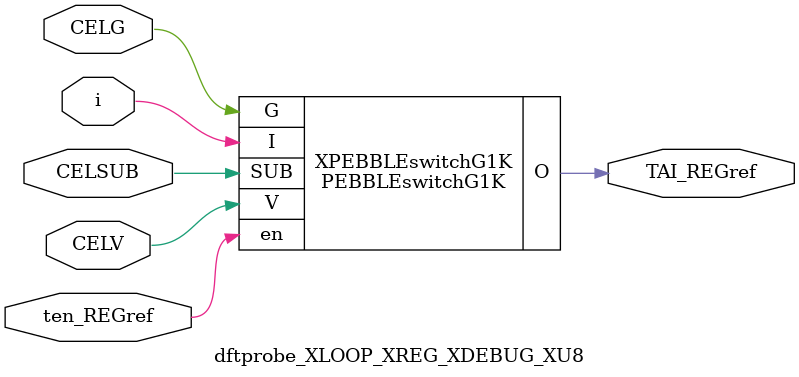
<source format=v>


module PEBBLEswitchG1K ( O, G, I, SUB, V, en );

  input V;
  input en;
  input I;
  input G;
  input SUB;
  output O;
endmodule


module dftprobe_XLOOP_XREG_XDEBUG_XU8 (i,TAI_REGref,ten_REGref,CELG,CELSUB,CELV);
input  i;
output  TAI_REGref;
input  ten_REGref;
input  CELG;
input  CELSUB;
input  CELV;

PEBBLEswitchG1K XPEBBLEswitchG1K(
  .I (i),
  .O (TAI_REGref),
  .en (ten_REGref),
  .G (CELG),
  .SUB (CELSUB),
  .V (CELV)
);

endmodule


</source>
